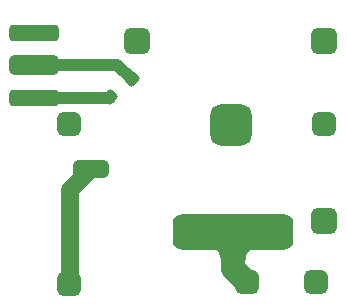
<source format=gtl>
G04 Layer_Physical_Order=1*
G04 Layer_Color=255*
%FSLAX44Y44*%
%MOMM*%
G71*
G01*
G75*
G04:AMPARAMS|DCode=10|XSize=10.2mm|YSize=3mm|CornerRadius=0.75mm|HoleSize=0mm|Usage=FLASHONLY|Rotation=0.000|XOffset=0mm|YOffset=0mm|HoleType=Round|Shape=RoundedRectangle|*
%AMROUNDEDRECTD10*
21,1,10.2000,1.5000,0,0,0.0*
21,1,8.7000,3.0000,0,0,0.0*
1,1,1.5000,4.3500,-0.7500*
1,1,1.5000,-4.3500,-0.7500*
1,1,1.5000,-4.3500,0.7500*
1,1,1.5000,4.3500,0.7500*
%
%ADD10ROUNDEDRECTD10*%
G04:AMPARAMS|DCode=11|XSize=1.5mm|YSize=3mm|CornerRadius=0.375mm|HoleSize=0mm|Usage=FLASHONLY|Rotation=270.000|XOffset=0mm|YOffset=0mm|HoleType=Round|Shape=RoundedRectangle|*
%AMROUNDEDRECTD11*
21,1,1.5000,2.2500,0,0,270.0*
21,1,0.7500,3.0000,0,0,270.0*
1,1,0.7500,-1.1250,-0.3750*
1,1,0.7500,-1.1250,0.3750*
1,1,0.7500,1.1250,0.3750*
1,1,0.7500,1.1250,-0.3750*
%
%ADD11ROUNDEDRECTD11*%
G04:AMPARAMS|DCode=12|XSize=4.2mm|YSize=1.4mm|CornerRadius=0.35mm|HoleSize=0mm|Usage=FLASHONLY|Rotation=0.000|XOffset=0mm|YOffset=0mm|HoleType=Round|Shape=RoundedRectangle|*
%AMROUNDEDRECTD12*
21,1,4.2000,0.7000,0,0,0.0*
21,1,3.5000,1.4000,0,0,0.0*
1,1,0.7000,1.7500,-0.3500*
1,1,0.7000,-1.7500,-0.3500*
1,1,0.7000,-1.7500,0.3500*
1,1,0.7000,1.7500,0.3500*
%
%ADD12ROUNDEDRECTD12*%
G04:AMPARAMS|DCode=13|XSize=4.2mm|YSize=1.65mm|CornerRadius=0.4125mm|HoleSize=0mm|Usage=FLASHONLY|Rotation=0.000|XOffset=0mm|YOffset=0mm|HoleType=Round|Shape=RoundedRectangle|*
%AMROUNDEDRECTD13*
21,1,4.2000,0.8250,0,0,0.0*
21,1,3.3750,1.6500,0,0,0.0*
1,1,0.8250,1.6875,-0.4125*
1,1,0.8250,-1.6875,-0.4125*
1,1,0.8250,-1.6875,0.4125*
1,1,0.8250,1.6875,0.4125*
%
%ADD13ROUNDEDRECTD13*%
G04:AMPARAMS|DCode=14|XSize=1mm|YSize=1.1mm|CornerRadius=0.25mm|HoleSize=0mm|Usage=FLASHONLY|Rotation=315.000|XOffset=0mm|YOffset=0mm|HoleType=Round|Shape=RoundedRectangle|*
%AMROUNDEDRECTD14*
21,1,1.0000,0.6000,0,0,315.0*
21,1,0.5000,1.1000,0,0,315.0*
1,1,0.5000,-0.0353,-0.3889*
1,1,0.5000,-0.3889,-0.0353*
1,1,0.5000,0.0353,0.3889*
1,1,0.5000,0.3889,0.0353*
%
%ADD14ROUNDEDRECTD14*%
G04:AMPARAMS|DCode=15|XSize=3.5mm|YSize=3.5mm|CornerRadius=0.875mm|HoleSize=0mm|Usage=FLASHONLY|Rotation=0.000|XOffset=0mm|YOffset=0mm|HoleType=Round|Shape=RoundedRectangle|*
%AMROUNDEDRECTD15*
21,1,3.5000,1.7500,0,0,0.0*
21,1,1.7500,3.5000,0,0,0.0*
1,1,1.7500,0.8750,-0.8750*
1,1,1.7500,-0.8750,-0.8750*
1,1,1.7500,-0.8750,0.8750*
1,1,1.7500,0.8750,0.8750*
%
%ADD15ROUNDEDRECTD15*%
%ADD16C,0.7000*%
%ADD17C,2.0000*%
%ADD18C,1.0000*%
%ADD19C,0.5000*%
%ADD20C,1.5000*%
G04:AMPARAMS|DCode=21|XSize=2.2mm|YSize=2.2mm|CornerRadius=0.55mm|HoleSize=0mm|Usage=FLASHONLY|Rotation=0.000|XOffset=0mm|YOffset=0mm|HoleType=Round|Shape=RoundedRectangle|*
%AMROUNDEDRECTD21*
21,1,2.2000,1.1000,0,0,0.0*
21,1,1.1000,2.2000,0,0,0.0*
1,1,1.1000,0.5500,-0.5500*
1,1,1.1000,-0.5500,-0.5500*
1,1,1.1000,-0.5500,0.5500*
1,1,1.1000,0.5500,0.5500*
%
%ADD21ROUNDEDRECTD21*%
G04:AMPARAMS|DCode=22|XSize=2.2mm|YSize=2.2mm|CornerRadius=0.55mm|HoleSize=0mm|Usage=FLASHONLY|Rotation=270.000|XOffset=0mm|YOffset=0mm|HoleType=Round|Shape=RoundedRectangle|*
%AMROUNDEDRECTD22*
21,1,2.2000,1.1000,0,0,270.0*
21,1,1.1000,2.2000,0,0,270.0*
1,1,1.1000,-0.5500,-0.5500*
1,1,1.1000,-0.5500,0.5500*
1,1,1.1000,0.5500,0.5500*
1,1,1.1000,0.5500,-0.5500*
%
%ADD22ROUNDEDRECTD22*%
G04:AMPARAMS|DCode=23|XSize=2mm|YSize=2mm|CornerRadius=0.5mm|HoleSize=0mm|Usage=FLASHONLY|Rotation=0.000|XOffset=0mm|YOffset=0mm|HoleType=Round|Shape=RoundedRectangle|*
%AMROUNDEDRECTD23*
21,1,2.0000,1.0000,0,0,0.0*
21,1,1.0000,2.0000,0,0,0.0*
1,1,1.0000,0.5000,-0.5000*
1,1,1.0000,-0.5000,-0.5000*
1,1,1.0000,-0.5000,0.5000*
1,1,1.0000,0.5000,0.5000*
%
%ADD23ROUNDEDRECTD23*%
G04:AMPARAMS|DCode=24|XSize=2mm|YSize=2mm|CornerRadius=0.5mm|HoleSize=0mm|Usage=FLASHONLY|Rotation=270.000|XOffset=0mm|YOffset=0mm|HoleType=Round|Shape=RoundedRectangle|*
%AMROUNDEDRECTD24*
21,1,2.0000,1.0000,0,0,270.0*
21,1,1.0000,2.0000,0,0,270.0*
1,1,1.0000,-0.5000,-0.5000*
1,1,1.0000,-0.5000,0.5000*
1,1,1.0000,0.5000,0.5000*
1,1,1.0000,0.5000,-0.5000*
%
%ADD24ROUNDEDRECTD24*%
%ADD25C,1.2700*%
%ADD26C,0.4000*%
G36*
X205260Y79860D02*
X204156Y79364D01*
X203182Y78538D01*
X202338Y77381D01*
X201624Y75894D01*
X201039Y74076D01*
X200585Y71928D01*
X200260Y69449D01*
X200065Y66640D01*
X200000Y63500D01*
X180000D01*
X179935Y66640D01*
X179415Y71928D01*
X178961Y74076D01*
X178376Y75894D01*
X177662Y77381D01*
X176818Y78538D01*
X175844Y79364D01*
X174740Y79860D01*
X173506Y80025D01*
X206494D01*
X205260Y79860D01*
D02*
G37*
D10*
X190000Y95000D02*
D03*
D11*
X70000Y148000D02*
D03*
D12*
X21000Y208500D02*
D03*
Y263500D02*
D03*
D13*
Y236000D02*
D03*
D14*
X104000Y224000D02*
D03*
X86000Y209000D02*
D03*
D15*
X188000Y185000D02*
D03*
D16*
X188000Y185000D01*
D17*
X190000Y63500D02*
X201500Y52000D01*
X190000Y63500D02*
Y95000D01*
D18*
X21000Y236000D02*
X21500Y235500D01*
X92000Y236000D02*
X104000Y224000D01*
X21000Y236000D02*
X92000D01*
X21000Y208500D02*
X85500D01*
D19*
X188000Y97000D02*
X190000Y95000D01*
D20*
X51000Y51000D02*
X52000Y52000D01*
Y130000D01*
X70000Y148000D01*
D21*
X267000Y104000D02*
D03*
D22*
Y256500D02*
D03*
X109000D02*
D03*
D23*
X267000Y185990D02*
D03*
X260000Y52000D02*
D03*
X51000Y186000D02*
D03*
X201500Y52000D02*
D03*
D24*
X51000Y51000D02*
D03*
D25*
X21000Y208500D02*
D03*
Y263500D02*
D03*
D26*
X199000Y175000D02*
D03*
M02*

</source>
